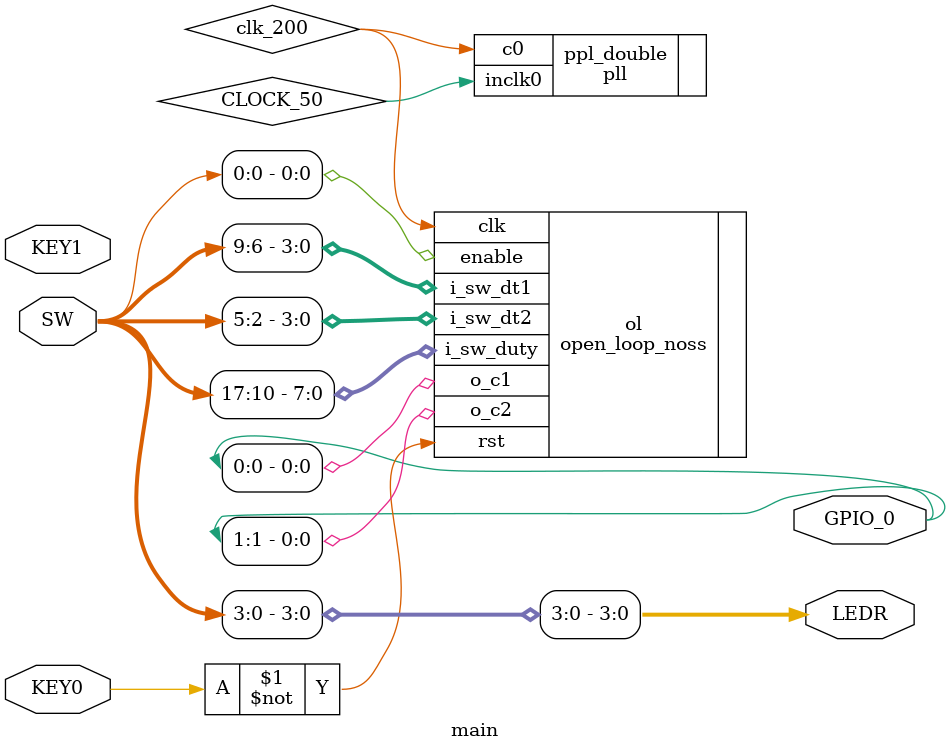
<source format=v>
module main(SW, KEY0, KEY1, LEDR, GPIO_0);
	input 	[17:0]	SW;
    input   KEY0;
	input   KEY1;
    output	[17:0] LEDR;
	output [35:0] GPIO_0;
	
	assign LEDR[3:0] = SW[3:0];

    wire clk_200;
    pll ppl_double(.inclk0(CLOCK_50), .c0(clk_200));

    open_loop_noss ol
    (
    .clk(clk_200),
    .rst(~KEY0),
    .enable(SW[0]),
    .i_sw_duty(SW[17:10]),
    .i_sw_dt1(SW[9:6]),
    .i_sw_dt2(SW[5:2]),
    .o_c1(GPIO_0[0]),
    .o_c2(GPIO_0[1])
    );

endmodule
</source>
